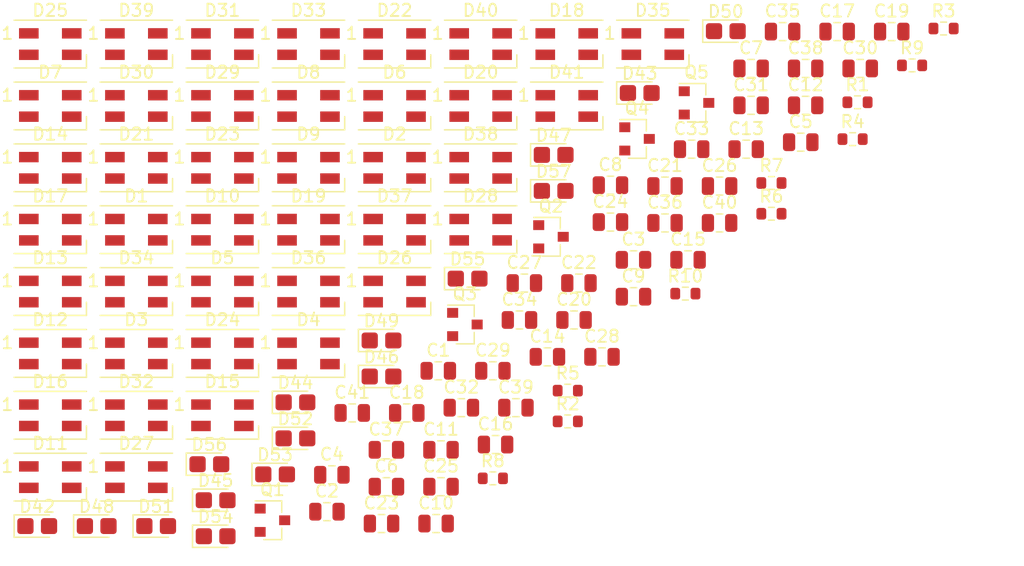
<source format=kicad_pcb>
(kicad_pcb (version 20210824) (generator pcbnew)
  (layers (0 "F.Cu" signal) (31 "B.Cu" signal) (34 "B.Paste" user) (35 "F.Paste" user) (36 "B.SilkS" user "B.Silkscreen") (37 "F.SilkS" user "F.Silkscreen") (38 "B.Mask" user) (39 "F.Mask" user) (44 "Edge.Cuts" user))
  (net 0 "")
  (net 1 "GND")
  (net 2 "+5VA")
  (net 3 "Net-(C27-Pad2)")
  (net 4 "/DIN")
  (net 5 "Net-(D1-Pad2)")
  (net 6 "Net-(D2-Pad2)")
  (net 7 "Net-(D3-Pad2)")
  (net 8 "Net-(D4-Pad2)")
  (net 9 "Net-(D5-Pad2)")
  (net 10 "Net-(D6-Pad2)")
  (net 11 "Net-(D7-Pad2)")
  (net 12 "Net-(D8-Pad2)")
  (net 13 "Net-(D10-Pad4)")
  (net 14 "Net-(D10-Pad2)")
  (net 15 "Net-(D11-Pad2)")
  (net 16 "Net-(D12-Pad2)")
  (net 17 "Net-(D13-Pad2)")
  (net 18 "Net-(D14-Pad2)")
  (net 19 "Net-(D15-Pad2)")
  (net 20 "Net-(D16-Pad2)")
  (net 21 "Net-(D17-Pad2)")
  (net 22 "Net-(D18-Pad2)")
  (net 23 "Net-(D19-Pad2)")
  (net 24 "Net-(D20-Pad2)")
  (net 25 "Net-(D21-Pad2)")
  (net 26 "Net-(D22-Pad2)")
  (net 27 "Net-(D23-Pad2)")
  (net 28 "Net-(D24-Pad2)")
  (net 29 "Net-(D25-Pad2)")
  (net 30 "Net-(D26-Pad2)")
  (net 31 "Net-(D27-Pad2)")
  (net 32 "Net-(D28-Pad2)")
  (net 33 "Net-(D29-Pad2)")
  (net 34 "Net-(D30-Pad2)")
  (net 35 "Net-(D31-Pad2)")
  (net 36 "Net-(D32-Pad2)")
  (net 37 "Net-(D33-Pad2)")
  (net 38 "Net-(D34-Pad2)")
  (net 39 "Net-(D35-Pad2)")
  (net 40 "Net-(D36-Pad2)")
  (net 41 "Net-(D37-Pad2)")
  (net 42 "Net-(D38-Pad2)")
  (net 43 "Net-(D39-Pad2)")
  (net 44 "Net-(D40-Pad2)")
  (net 46 "Net-(D42-Pad1)")
  (net 47 "Net-(D42-Pad2)")
  (net 48 "Net-(D43-Pad1)")
  (net 49 "Net-(D44-Pad1)")
  (net 50 "Net-(D44-Pad2)")
  (net 51 "Net-(D45-Pad1)")
  (net 53 "Net-(D46-Pad1)")
  (net 54 "+12V")
  (net 55 "Net-(D47-Pad1)")
  (net 56 "/REV")
  (net 57 "/LAUNCH")
  (net 58 "/SHIFT")
  (net 59 "Net-(D52-Pad1)")
  (net 60 "Net-(D53-Pad1)")
  (net 61 "Net-(D54-Pad1)")
  (net 62 "Net-(D55-Pad1)")
  (net 63 "/BA_1")
  (net 64 "/BA_2")
  (net 65 "Net-(Q1-Pad1)")
  (net 66 "Net-(Q1-Pad3)")
  (net 67 "Net-(Q2-Pad1)")
  (net 68 "Net-(Q2-Pad3)")
  (net 69 "Net-(Q3-Pad1)")
  (net 70 "Net-(Q3-Pad3)")
  (net 71 "Net-(Q4-Pad1)")
  (net 72 "Net-(Q4-Pad3)")
  (net 73 "Net-(Q5-Pad1)")
  (net 74 "Net-(Q5-Pad3)")
  (net 75 "/BA_1_L")
  (net 76 "/BA_2_L")
  (footprint "LED_SMD:LED_SK6812MINI_PLCC4_3.5x3.5mm_P1.75mm" (layer "F.Cu") (at 150.232 108.465)
    (fp_text reference "D26" (at 0 -2.75) (layer "F.SilkS"))
    (fp_text value "WS2812B")
    (fp_text user "1" (at -3.5 -0.875) (layer "F.SilkS"))
    (pad "1" smd rect locked (at -1.75 -0.875) (size 1.6 0.85) (layers "F.Cu" "F.Paste" "F.Mask") (net 2 "+5VA"))
    (pad "2" smd rect locked (at -1.75 0.875) (size 1.6 0.85) (layers "F.Cu" "F.Paste" "F.Mask") (net 30 "Net-(D26-Pad2)"))
    (pad "3" smd rect locked (at 1.75 0.875) (size 1.6 0.85) (layers "F.Cu" "F.Paste" "F.Mask") (net 1 "GND"))
    (pad "4" smd rect locked (at 1.75 -0.875) (size 1.6 0.85) (layers "F.Cu" "F.Paste" "F.Mask") (net 29 "Net-(D25-Pad2)"))
  )
  (footprint "Capacitor_SMD:C_0805_2012Metric" (layer "F.Cu") (at 149.567 124.395)
    (fp_text reference "C6" (at 0 -1.68) (layer "F.SilkS"))
    (fp_text value "100nF")
    (pad "1" smd roundrect locked (at -0.95 0) (size 1 1.45) (layers "F.Cu" "F.Paste" "F.Mask") (net 1 "GND"))
    (pad "2" smd roundrect locked (at 0.95 0) (size 1 1.45) (layers "F.Cu" "F.Paste" "F.Mask") (net 2 "+5VA"))
  )
  (footprint "LED_SMD:LED_SK6812MINI_PLCC4_3.5x3.5mm_P1.75mm" (layer "F.Cu") (at 136.192 98.365)
    (fp_text reference "D23" (at 0 -2.75) (layer "F.SilkS"))
    (fp_text value "WS2812B")
    (fp_text user "1" (at -3.5 -0.875) (layer "F.SilkS"))
    (pad "1" smd rect locked (at -1.75 -0.875) (size 1.6 0.85) (layers "F.Cu" "F.Paste" "F.Mask") (net 2 "+5VA"))
    (pad "2" smd rect locked (at -1.75 0.875) (size 1.6 0.85) (layers "F.Cu" "F.Paste" "F.Mask") (net 27 "Net-(D23-Pad2)"))
    (pad "3" smd rect locked (at 1.75 0.875) (size 1.6 0.85) (layers "F.Cu" "F.Paste" "F.Mask") (net 1 "GND"))
    (pad "4" smd rect locked (at 1.75 -0.875) (size 1.6 0.85) (layers "F.Cu" "F.Paste" "F.Mask") (net 26 "Net-(D22-Pad2)"))
  )
  (footprint "Capacitor_SMD:C_0805_2012Metric" (layer "F.Cu") (at 149.167 127.405)
    (fp_text reference "C23" (at 0 -1.68) (layer "F.SilkS"))
    (fp_text value "100nF")
    (pad "1" smd roundrect locked (at -0.95 0) (size 1 1.45) (layers "F.Cu" "F.Paste" "F.Mask") (net 1 "GND"))
    (pad "2" smd roundrect locked (at 0.95 0) (size 1 1.45) (layers "F.Cu" "F.Paste" "F.Mask") (net 2 "+5VA"))
  )
  (footprint "LED_SMD:LED_SK6812MINI_PLCC4_3.5x3.5mm_P1.75mm" (layer "F.Cu") (at 129.172 123.615)
    (fp_text reference "D27" (at 0 -2.75) (layer "F.SilkS"))
    (fp_text value "WS2812B")
    (fp_text user "1" (at -3.5 -0.875) (layer "F.SilkS"))
    (pad "1" smd rect locked (at -1.75 -0.875) (size 1.6 0.85) (layers "F.Cu" "F.Paste" "F.Mask") (net 3 "Net-(C27-Pad2)"))
    (pad "2" smd rect locked (at -1.75 0.875) (size 1.6 0.85) (layers "F.Cu" "F.Paste" "F.Mask") (net 31 "Net-(D27-Pad2)"))
    (pad "3" smd rect locked (at 1.75 0.875) (size 1.6 0.85) (layers "F.Cu" "F.Paste" "F.Mask") (net 1 "GND"))
    (pad "4" smd rect locked (at 1.75 -0.875) (size 1.6 0.85) (layers "F.Cu" "F.Paste" "F.Mask") (net 30 "Net-(D26-Pad2)"))
  )
  (footprint "LED_SMD:LED_0805_2012Metric_Castellated" (layer "F.Cu") (at 170.227 92.26)
    (fp_text reference "D43" (at 0 -1.6) (layer "F.SilkS"))
    (fp_text value "LED")
    (pad "1" smd roundrect locked (at -0.9625 0) (size 1.325 1.3) (layers "F.Cu" "F.Paste" "F.Mask") (roundrect_rratio 0.192308) (net 48 "Net-(D43-Pad1)"))
    (pad "2" smd roundrect locked (at 0.9625 0) (size 1.325 1.3) (layers "F.Cu" "F.Paste" "F.Mask") (roundrect_rratio 0.192308) (net 47 "Net-(D42-Pad2)"))
  )
  (footprint "LED_SMD:LED_SK6812MINI_PLCC4_3.5x3.5mm_P1.75mm" (layer "F.Cu") (at 164.272 93.315)
    (fp_text reference "D41" (at 0 -2.75) (layer "F.SilkS"))
    (fp_text value "WS2812B")
    (fp_text user "1" (at -3.5 -0.875) (layer "F.SilkS"))
    (pad "1" smd rect locked (at -1.75 -0.875) (size 1.6 0.85) (layers "F.Cu" "F.Paste" "F.Mask") (net 2 "+5VA"))
    (pad "2" smd rect locked (at -1.75 0.875) (size 1.6 0.85) (layers "F.Cu" "F.Paste" "F.Mask"))
    (pad "3" smd rect locked (at 1.75 0.875) (size 1.6 0.85) (layers "F.Cu" "F.Paste" "F.Mask") (net 1 "GND"))
    (pad "4" smd rect locked (at 1.75 -0.875) (size 1.6 0.85) (layers "F.Cu" "F.Paste" "F.Mask") (net 44 "Net-(D40-Pad2)"))
  )
  (footprint "Capacitor_SMD:C_0805_2012Metric" (layer "F.Cu") (at 167.837 102.795)
    (fp_text reference "C24" (at 0 -1.68) (layer "F.SilkS"))
    (fp_text value "100nF")
    (pad "1" smd roundrect locked (at -0.95 0) (size 1 1.45) (layers "F.Cu" "F.Paste" "F.Mask") (net 1 "GND"))
    (pad "2" smd roundrect locked (at 0.95 0) (size 1 1.45) (layers "F.Cu" "F.Paste" "F.Mask") (net 2 "+5VA"))
  )
  (footprint "Capacitor_SMD:C_0805_2012Metric" (layer "F.Cu") (at 186.327 87.245)
    (fp_text reference "C17" (at 0 -1.68) (layer "F.SilkS"))
    (fp_text value "100nF")
    (pad "1" smd roundrect locked (at -0.95 0) (size 1 1.45) (layers "F.Cu" "F.Paste" "F.Mask") (net 1 "GND"))
    (pad "2" smd roundrect locked (at 0.95 0) (size 1 1.45) (layers "F.Cu" "F.Paste" "F.Mask") (net 2 "+5VA"))
  )
  (footprint "LED_SMD:LED_0805_2012Metric_Castellated" (layer "F.Cu") (at 156.187 107.41)
    (fp_text reference "D55" (at 0 -1.6) (layer "F.SilkS"))
    (fp_text value "LED")
    (pad "1" smd roundrect locked (at -0.9625 0) (size 1.325 1.3) (layers "F.Cu" "F.Paste" "F.Mask") (roundrect_rratio 0.192308) (net 62 "Net-(D55-Pad1)"))
    (pad "2" smd roundrect locked (at 0.9625 0) (size 1.325 1.3) (layers "F.Cu" "F.Paste" "F.Mask") (roundrect_rratio 0.192308) (net 60 "Net-(D53-Pad1)"))
  )
  (footprint "Capacitor_SMD:C_0805_2012Metric" (layer "F.Cu") (at 188.207 90.255)
    (fp_text reference "C30" (at 0 -1.68) (layer "F.SilkS"))
    (fp_text value "100nF")
    (pad "1" smd roundrect locked (at -0.95 0) (size 1 1.45) (layers "F.Cu" "F.Paste" "F.Mask") (net 1 "GND"))
    (pad "2" smd roundrect locked (at 0.95 0) (size 1 1.45) (layers "F.Cu" "F.Paste" "F.Mask") (net 3 "Net-(C27-Pad2)"))
  )
  (footprint "Capacitor_SMD:C_0805_2012Metric" (layer "F.Cu") (at 179.307 93.265)
    (fp_text reference "C31" (at 0 -1.68) (layer "F.SilkS"))
    (fp_text value "100nF")
    (pad "1" smd roundrect locked (at -0.95 0) (size 1 1.45) (layers "F.Cu" "F.Paste" "F.Mask") (net 1 "GND"))
    (pad "2" smd roundrect locked (at 0.95 0) (size 1 1.45) (layers "F.Cu" "F.Paste" "F.Mask") (net 3 "Net-(C27-Pad2)"))
  )
  (footprint "LED_SMD:LED_SK6812MINI_PLCC4_3.5x3.5mm_P1.75mm" (layer "F.Cu") (at 122.152 93.315)
    (fp_text reference "D7" (at 0 -2.75) (layer "F.SilkS"))
    (fp_text value "WS2812B")
    (fp_text user "1" (at -3.5 -0.875) (layer "F.SilkS"))
    (pad "1" smd rect locked (at -1.75 -0.875) (size 1.6 0.85) (layers "F.Cu" "F.Paste" "F.Mask") (net 2 "+5VA"))
    (pad "2" smd rect locked (at -1.75 0.875) (size 1.6 0.85) (layers "F.Cu" "F.Paste" "F.Mask") (net 11 "Net-(D7-Pad2)"))
    (pad "3" smd rect locked (at 1.75 0.875) (size 1.6 0.85) (layers "F.Cu" "F.Paste" "F.Mask") (net 1 "GND"))
    (pad "4" smd rect locked (at 1.75 -0.875) (size 1.6 0.85) (layers "F.Cu" "F.Paste" "F.Mask") (net 10 "Net-(D6-Pad2)"))
  )
  (footprint "LED_SMD:LED_SK6812MINI_PLCC4_3.5x3.5mm_P1.75mm" (layer "F.Cu") (at 129.172 93.315)
    (fp_text reference "D30" (at 0 -2.75) (layer "F.SilkS"))
    (fp_text value "WS2812B")
    (fp_text user "1" (at -3.5 -0.875) (layer "F.SilkS"))
    (pad "1" smd rect locked (at -1.75 -0.875) (size 1.6 0.85) (layers "F.Cu" "F.Paste" "F.Mask") (net 3 "Net-(C27-Pad2)"))
    (pad "2" smd rect locked (at -1.75 0.875) (size 1.6 0.85) (layers "F.Cu" "F.Paste" "F.Mask") (net 34 "Net-(D30-Pad2)"))
    (pad "3" smd rect locked (at 1.75 0.875) (size 1.6 0.85) (layers "F.Cu" "F.Paste" "F.Mask") (net 1 "GND"))
    (pad "4" smd rect locked (at 1.75 -0.875) (size 1.6 0.85) (layers "F.Cu" "F.Paste" "F.Mask") (net 33 "Net-(D29-Pad2)"))
  )
  (footprint "LED_SMD:LED_SK6812MINI_PLCC4_3.5x3.5mm_P1.75mm" (layer "F.Cu") (at 143.212 93.315)
    (fp_text reference "D8" (at 0 -2.75) (layer "F.SilkS"))
    (fp_text value "WS2812B")
    (fp_text user "1" (at -3.5 -0.875) (layer "F.SilkS"))
    (pad "1" smd rect locked (at -1.75 -0.875) (size 1.6 0.85) (layers "F.Cu" "F.Paste" "F.Mask") (net 2 "+5VA"))
    (pad "2" smd rect locked (at -1.75 0.875) (size 1.6 0.85) (layers "F.Cu" "F.Paste" "F.Mask") (net 12 "Net-(D8-Pad2)"))
    (pad "3" smd rect locked (at 1.75 0.875) (size 1.6 0.85) (layers "F.Cu" "F.Paste" "F.Mask") (net 1 "GND"))
    (pad "4" smd rect locked (at 1.75 -0.875) (size 1.6 0.85) (layers "F.Cu" "F.Paste" "F.Mask") (net 11 "Net-(D7-Pad2)"))
  )
  (footprint "Package_TO_SOT_SMD:SOT-23" (layer "F.Cu") (at 170.007 96.005)
    (fp_text reference "Q4" (at 0 -2.5) (layer "F.SilkS"))
    (fp_text value "BSS138")
    (pad "1" smd rect locked (at -1 -0.95) (size 0.9 0.8) (layers "F.Cu" "F.Paste" "F.Mask") (net 71 "Net-(Q4-Pad1)"))
    (pad "2" smd rect locked (at -1 0.95) (size 0.9 0.8) (layers "F.Cu" "F.Paste" "F.Mask") (net 1 "GND"))
    (pad "3" smd rect locked (at 1 0) (size 0.9 0.8) (layers "F.Cu" "F.Paste" "F.Mask") (net 72 "Net-(Q4-Pad3)"))
  )
  (footprint "Capacitor_SMD:C_0805_2012Metric" (layer "F.Cu") (at 146.777 118.375)
    (fp_text reference "C41" (at 0 -1.68) (layer "F.SilkS"))
    (fp_text value "100nF")
    (pad "1" smd roundrect locked (at -0.95 0) (size 1 1.45) (layers "F.Cu" "F.Paste" "F.Mask") (net 1 "GND"))
    (pad "2" smd roundrect locked (at 0.95 0) (size 1 1.45) (layers "F.Cu" "F.Paste" "F.Mask") (net 2 "+5VA"))
  )
  (footprint "LED_SMD:LED_SK6812MINI_PLCC4_3.5x3.5mm_P1.75mm" (layer "F.Cu") (at 157.252 88.265)
    (fp_text reference "D40" (at 0 -2.75) (layer "F.SilkS"))
    (fp_text value "WS2812B")
    (fp_text user "1" (at -3.5 -0.875) (layer "F.SilkS"))
    (pad "1" smd rect locked (at -1.75 -0.875) (size 1.6 0.85) (layers "F.Cu" "F.Paste" "F.Mask") (net 2 "+5VA"))
    (pad "2" smd rect locked (at -1.75 0.875) (size 1.6 0.85) (layers "F.Cu" "F.Paste" "F.Mask") (net 44 "Net-(D40-Pad2)"))
    (pad "3" smd rect locked (at 1.75 0.875) (size 1.6 0.85) (layers "F.Cu" "F.Paste" "F.Mask") (net 1 "GND"))
    (pad "4" smd rect locked (at 1.75 -0.875) (size 1.6 0.85) (layers "F.Cu" "F.Paste" "F.Mask") (net 43 "Net-(D39-Pad2)"))
  )
  (footprint "LED_SMD:LED_SK6812MINI_PLCC4_3.5x3.5mm_P1.75mm" (layer "F.Cu") (at 150.232 103.415)
    (fp_text reference "D37" (at 0 -2.75) (layer "F.SilkS"))
    (fp_text value "WS2812B")
    (fp_text user "1" (at -3.5 -0.875) (layer "F.SilkS"))
    (pad "1" smd rect locked (at -1.75 -0.875) (size 1.6 0.85) (layers "F.Cu" "F.Paste" "F.Mask") (net 2 "+5VA"))
    (pad "2" smd rect locked (at -1.75 0.875) (size 1.6 0.85) (layers "F.Cu" "F.Paste" "F.Mask") (net 41 "Net-(D37-Pad2)"))
    (pad "3" smd rect locked (at 1.75 0.875) (size 1.6 0.85) (layers "F.Cu" "F.Paste" "F.Mask") (net 1 "GND"))
    (pad "4" smd rect locked (at 1.75 -0.875) (size 1.6 0.85) (layers "F.Cu" "F.Paste" "F.Mask") (net 40 "Net-(D36-Pad2)"))
  )
  (footprint "Resistor_SMD:R_0603_1608Metric" (layer "F.Cu") (at 192.437 90.005)
    (fp_text reference "R9" (at 0 -1.43) (layer "F.SilkS"))
    (fp_text value "1k 1/10W +-1%")
    (pad "1" smd roundrect locked (at -0.825 0) (size 0.8 0.95) (layers "F.Cu" "F.Paste" "F.Mask") (net 71 "Net-(Q4-Pad1)"))
    (pad "2" smd roundrect locked (at 0.825 0) (size 0.8 0.95) (layers "F.Cu" "F.Paste" "F.Mask") (net 58 "/SHIFT"))
  )
  (footprint "Resistor_SMD:R_0603_1608Metric" (layer "F.Cu") (at 158.247 123.715)
    (fp_text reference "R8" (at 0 -1.43) (layer "F.SilkS"))
    (fp_text value "1k 1/10W +-1%")
    (pad "1" smd roundrect locked (at -0.825 0) (size 0.8 0.95) (layers "F.Cu" "F.Paste" "F.Mask") (net 69 "Net-(Q3-Pad1)"))
    (pad "2" smd roundrect locked (at 0.825 0) (size 0.8 0.95) (layers "F.Cu" "F.Paste" "F.Mask") (net 56 "/REV"))
  )
  (footprint "Capacitor_SMD:C_0805_2012Metric" (layer "F.Cu") (at 151.227 118.375)
    (fp_text reference "C18" (at 0 -1.68) (layer "F.SilkS"))
    (fp_text value "100nF")
    (pad "1" smd roundrect locked (at -0.95 0) (size 1 1.45) (layers "F.Cu" "F.Paste" "F.Mask") (net 1 "GND"))
    (pad "2" smd roundrect locked (at 0.95 0) (size 1 1.45) (layers "F.Cu" "F.Paste" "F.Mask") (net 2 "+5VA"))
  )
  (footprint "LED_SMD:LED_SK6812MINI_PLCC4_3.5x3.5mm_P1.75mm" (layer "F.Cu") (at 164.272 88.265)
    (fp_text reference "D18" (at 0 -2.75) (layer "F.SilkS"))
    (fp_text value "WS2812B")
    (fp_text user "1" (at -3.5 -0.875) (layer "F.SilkS"))
    (pad "1" smd rect locked (at -1.75 -0.875) (size 1.6 0.85) (layers "F.Cu" "F.Paste" "F.Mask") (net 2 "+5VA"))
    (pad "2" smd rect locked (at -1.75 0.875) (size 1.6 0.85) (layers "F.Cu" "F.Paste" "F.Mask") (net 22 "Net-(D18-Pad2)"))
    (pad "3" smd rect locked (at 1.75 0.875) (size 1.6 0.85) (layers "F.Cu" "F.Paste" "F.Mask") (net 1 "GND"))
    (pad "4" smd rect locked (at 1.75 -0.875) (size 1.6 0.85) (layers "F.Cu" "F.Paste" "F.Mask") (net 21 "Net-(D17-Pad2)"))
  )
  (footprint "Capacitor_SMD:C_0805_2012Metric" (layer "F.Cu") (at 172.287 99.855)
    (fp_text reference "C21" (at 0 -1.68) (layer "F.SilkS"))
    (fp_text value "100nF")
    (pad "1" smd roundrect locked (at -0.95 0) (size 1 1.45) (layers "F.Cu" "F.Paste" "F.Mask") (net 1 "GND"))
    (pad "2" smd roundrect locked (at 0.95 0) (size 1 1.45) (layers "F.Cu" "F.Paste" "F.Mask") (net 2 "+5VA"))
  )
  (footprint "LED_SMD:LED_0805_2012Metric_Castellated" (layer "F.Cu") (at 142.147 117.51)
    (fp_text reference "D44" (at 0 -1.6) (layer "F.SilkS"))
    (fp_text value "LED")
    (pad "1" smd roundrect locked (at -0.9625 0) (size 1.325 1.3) (layers "F.Cu" "F.Paste" "F.Mask") (roundrect_rratio 0.192308) (net 49 "Net-(D44-Pad1)"))
    (pad "2" smd roundrect locked (at 0.9625 0) (size 1.325 1.3) (layers "F.Cu" "F.Paste" "F.Mask") (roundrect_rratio 0.192308) (net 50 "Net-(D44-Pad2)"))
  )
  (footprint "LED_SMD:LED_0805_2012Metric_Castellated" (layer "F.Cu") (at 130.787 127.61)
    (fp_text reference "D51" (at 0 -1.6) (layer "F.SilkS"))
    (fp_text value "LED")
    (pad "1" smd roundrect locked (at -0.9625 0) (size 1.325 1.3) (layers "F.Cu" "F.Paste" "F.Mask") (roundrect_rratio 0.192308) (net 50 "Net-(D44-Pad2)"))
    (pad "2" smd roundrect locked (at 0.9625 0) (size 1.325 1.3) (layers "F.Cu" "F.Paste" "F.Mask") (roundrect_rratio 0.192308) (net 51 "Net-(D45-Pad1)"))
  )
  (footprint "LED_SMD:LED_SK6812MINI_PLCC4_3.5x3.5mm_P1.75mm" (layer "F.Cu") (at 150.232 93.315)
    (fp_text reference "D6" (at 0 -2.75) (layer "F.SilkS"))
    (fp_text value "WS2812B")
    (fp_text user "1" (at -3.5 -0.875) (layer "F.SilkS"))
    (pad "1" smd rect locked (at -1.75 -0.875) (size 1.6 0.85) (layers "F.Cu" "F.Paste" "F.Mask") (net 2 "+5VA"))
    (pad "2" smd rect locked (at -1.75 0.875) (size 1.6 0.85) (layers "F.Cu" "F.Paste" "F.Mask") (net 10 "Net-(D6-Pad2)"))
    (pad "3" smd rect locked (at 1.75 0.875) (size 1.6 0.85) (layers "F.Cu" "F.Paste" "F.Mask") (net 1 "GND"))
    (pad "4" smd rect locked (at 1.75 -0.875) (size 1.6 0.85) (layers "F.Cu" "F.Paste" "F.Mask") (net 9 "Net-(D5-Pad2)"))
  )
  (footprint "Capacitor_SMD:C_0805_2012Metric" (layer "F.Cu") (at 167.147 113.795)
    (fp_text reference "C28" (at 0 -1.68) (layer "F.SilkS"))
    (fp_text value "100nF")
    (pad "1" smd roundrect locked (at -0.95 0) (size 1 1.45) (layers "F.Cu" "F.Paste" "F.Mask") (net 1 "GND"))
    (pad "2" smd roundrect locked (at 0.95 0) (size 1 1.45) (layers "F.Cu" "F.Paste" "F.Mask") (net 3 "Net-(C27-Pad2)"))
  )
  (footprint "Package_TO_SOT_SMD:SOT-23" (layer "F.Cu") (at 174.857 93.065)
    (fp_text reference "Q5" (at 0 -2.5) (layer "F.SilkS"))
    (fp_text value "BSS138")
    (pad "1" smd rect locked (at -1 -0.95) (size 0.9 0.8) (layers "F.Cu" "F.Paste" "F.Mask") (net 73 "Net-(Q5-Pad1)"))
    (pad "2" smd rect locked (at -1 0.95) (size 0.9 0.8) (layers "F.Cu" "F.Paste" "F.Mask") (net 1 "GND"))
    (pad "3" smd rect locked (at 1 0) (size 0.9 0.8) (layers "F.Cu" "F.Paste" "F.Mask") (net 74 "Net-(Q5-Pad3)"))
  )
  (footprint "Capacitor_SMD:C_0805_2012Metric" (layer "F.Cu") (at 158.467 120.955)
    (fp_text reference "C16" (at 0 -1.68) (layer "F.SilkS"))
    (fp_text value "100nF")
    (pad "1" smd roundrect locked (at -0.95 0) (size 1 1.45) (layers "F.Cu" "F.Paste" "F.Mask") (net 1 "GND"))
    (pad "2" smd roundrect locked (at 0.95 0) (size 1 1.45) (layers "F.Cu" "F.Paste" "F.Mask") (net 2 "+5VA"))
  )
  (footprint "Capacitor_SMD:C_0805_2012Metric" (layer "F.Cu") (at 154.017 124.395)
    (fp_text reference "C25" (at 0 -1.68) (layer "F.SilkS"))
    (fp_text value "100nF")
    (pad "1" smd roundrect locked (at -0.95 0) (size 1 1.45) (layers "F.Cu" "F.Paste" "F.Mask") (net 1 "GND"))
    (pad "2" smd roundrect locked (at 0.95 0) (size 1 1.45) (layers "F.Cu" "F.Paste" "F.Mask") (net 2 "+5VA"))
  )
  (footprint "LED_SMD:LED_SK6812MINI_PLCC4_3.5x3.5mm_P1.75mm" (layer "F.Cu") (at 129.172 113.515)
    (fp_text reference "D3" (at 0 -2.75) (layer "F.SilkS"))
    (fp_text value "WS2812B")
    (fp_text user "1" (at -3.5 -0.875) (layer "F.SilkS"))
    (pad "1" smd rect locked (at -1.75 -0.875) (size 1.6 0.85) (layers "F.Cu" "F.Paste" "F.Mask") (net 2 "+5VA"))
    (pad "2" smd rect locked (at -1.75 0.875) (size 1.6 0.85) (layers "F.Cu" "F.Paste" "F.Mask") (net 7 "Net-(D3-Pad2)"))
    (pad "3" smd rect locked (at 1.75 0.875) (size 1.6 0.85) (layers "F.Cu" "F.Paste" "F.Mask") (net 1 "GND"))
    (pad "4" smd rect locked (at 1.75 -0.875) (size 1.6 0.85) (layers "F.Cu" "F.Paste" "F.Mask") (net 6 "Net-(D2-Pad2)"))
  )
  (footprint "LED_SMD:LED_0805_2012Metric_Castellated" (layer "F.Cu") (at 121.087 127.61)
    (fp_text reference "D42" (at 0 -1.6) (layer "F.SilkS"))
    (fp_text value "LED")
    (pad "1" smd roundrect locked (at -0.9625 0) (size 1.325 1.3) (layers "F.Cu" "F.Paste" "F.Mask") (roundrect_rratio 0.192308) (net 46 "Net-(D42-Pad1)"))
    (pad "2" smd roundrect locked (at 0.9625 0) (size 1.325 1.3) (layers "F.Cu" "F.Paste" "F.Mask") (roundrect_rratio 0.192308) (net 47 "Net-(D42-Pad2)"))
  )
  (footprint "LED_SMD:LED_SK6812MINI_PLCC4_3.5x3.5mm_P1.75mm" (layer "F.Cu") (at 122.152 108.465)
    (fp_text reference "D13" (at 0 -2.75) (layer "F.SilkS"))
    (fp_text value "WS2812B")
    (fp_text user "1" (at -3.5 -0.875) (layer "F.SilkS"))
    (pad "1" smd rect locked (at -1.75 -0.875) (size 1.6 0.85) (layers "F.Cu" "F.Paste" "F.Mask") (net 2 "+5VA"))
    (pad "2" smd rect locked (at -1.75 0.875) (size 1.6 0.85) (layers "F.Cu" "F.Paste" "F.Mask") (net 17 "Net-(D13-Pad2)"))
    (pad "3" smd rect locked (at 1.75 0.875) (size 1.6 0.85) (layers "F.Cu" "F.Paste" "F.Mask") (net 1 "GND"))
    (pad "4" smd rect locked (at 1.75 -0.875) (size 1.6 0.85) (layers "F.Cu" "F.Paste" "F.Mask") (net 16 "Net-(D12-Pad2)"))
  )
  (footprint "Capacitor_SMD:C_0805_2012Metric" (layer "F.Cu") (at 158.247 114.935)
    (fp_text reference "C29" (at 0 -1.68) (layer "F.SilkS"))
    (fp_text value "100nF")
    (pad "1" smd roundrect locked (at -0.95 0) (size 1 1.45) (layers "F.Cu" "F.Paste" "F.Mask") (net 1 "GND"))
    (pad "2" smd roundrect locked (at 0.95 0) (size 1 1.45) (layers "F.Cu" "F.Paste" "F.Mask") (net 3 "Net-(C27-Pad2)"))
  )
  (footprint "LED_SMD:LED_SK6812MINI_PLCC4_3.5x3.5mm_P1.75mm" (layer "F.Cu") (at 171.292 88.265)
    (fp_text reference "D35" (at 0 -2.75) (layer "F.SilkS"))
    (fp_text value "WS2812B")
    (fp_text user "1" (at -3.5 -0.875) (layer "F.SilkS"))
    (pad "1" smd rect locked (at -1.75 -0.875) (size 1.6 0.85) (layers "F.Cu" "F.Paste" "F.Mask") (net 2 "+5VA"))
    (pad "2" smd rect locked (at -1.75 0.875) (size 1.6 0.85) (layers "F.Cu" "F.Paste" "F.Mask") (net 39 "Net-(D35-Pad2)"))
    (pad "3" smd rect locked (at 1.75 0.875) (size 1.6 0.85) (layers "F.Cu" "F.Paste" "F.Mask") (net 1 "GND"))
    (pad "4" smd rect locked (at 1.75 -0.875) (size 1.6 0.85) (layers "F.Cu" "F.Paste" "F.Mask") (net 38 "Net-(D34-Pad2)"))
  )
  (footprint "Capacitor_SMD:C_0805_2012Metric" (layer "F.Cu") (at 167.837 99.785)
    (fp_text reference "C8" (at 0 -1.68) (layer "F.SilkS"))
    (fp_text value "100nF")
    (pad "1" smd roundrect locked (at -0.95 0) (size 1 1.45) (layers "F.Cu" "F.Paste" "F.Mask") (net 1 "GND"))
    (pad "2" smd roundrect locked (at 0.95 0) (size 1 1.45) (layers "F.Cu" "F.Paste" "F.Mask") (net 2 "+5VA"))
  )
  (footprint "Capacitor_SMD:C_0805_2012Metric" (layer "F.Cu") (at 190.777 87.245)
    (fp_text reference "C19" (at 0 -1.68) (layer "F.SilkS"))
    (fp_text value "100nF")
    (pad "1" smd roundrect locked (at -0.95 0) (size 1 1.45) (layers "F.Cu" "F.Paste" "F.Mask") (net 1 "GND"))
    (pad "2" smd roundrect locked (at 0.95 0) (size 1 1.45) (layers "F.Cu" "F.Paste" "F.Mask") (net 2 "+5VA"))
  )
  (footprint "Capacitor_SMD:C_0805_2012Metric" (layer "F.Cu") (at 183.757 90.255)
    (fp_text reference "C38" (at 0 -1.68) (layer "F.SilkS"))
    (fp_text value "100nF")
    (pad "1" smd roundrect locked (at -0.95 0) (size 1 1.45) (layers "F.Cu" "F.Paste" "F.Mask") (net 1 "GND"))
    (pad "2" smd roundrect locked (at 0.95 0) (size 1 1.45) (layers "F.Cu" "F.Paste" "F.Mask") (net 2 "+5VA"))
  )
  (footprint "Capacitor_SMD:C_0805_2012Metric" (layer "F.Cu") (at 154.017 121.385)
    (fp_text reference "C11" (at 0 -1.68) (layer "F.SilkS"))
    (fp_text value "100nF")
    (pad "1" smd roundrect locked (at -0.95 0) (size 1 1.45) (layers "F.Cu" "F.Paste" "F.Mask") (net 1 "GND"))
    (pad "2" smd roundrect locked (at 0.95 0) (size 1 1.45) (layers "F.Cu" "F.Paste" "F.Mask") (net 2 "+5VA"))
  )
  (footprint "LED_SMD:LED_0805_2012Metric_Castellated" (layer "F.Cu") (at 163.207 100.25)
    (fp_text reference "D57" (at 0 -1.6) (layer "F.SilkS"))
    (fp_text value "LED")
    (pad "1" smd roundrect locked (at -0.9625 0) (size 1.325 1.3) (layers "F.Cu" "F.Paste" "F.Mask") (roundrect_rratio 0.192308) (net 64 "/BA_2"))
    (pad "2" smd roundrect locked (at 0.9625 0) (size 1.325 1.3) (layers "F.Cu" "F.Paste" "F.Mask") (roundrect_rratio 0.192308) (net 62 "Net-(D55-Pad1)"))
  )
  (footprint "LED_SMD:LED_SK6812MINI_PLCC4_3.5x3.5mm_P1.75mm" (layer "F.Cu") (at 136.192 113.515)
    (fp_text reference "D24" (at 0 -2.75) (layer "F.SilkS"))
    (fp_text value "WS2812B")
    (fp_text user "1" (at -3.5 -0.875) (layer "F.SilkS"))
    (pad "1" smd rect locked (at -1.75 -0.875) (size 1.6 0.85) (layers "F.Cu" "F.Paste" "F.Mask") (net 2 "+5VA"))
    (pad "2" smd rect locked (at -1.75 0.875) (size 1.6 0.85) (layers "F.Cu" "F.Paste" "F.Mask") (net 28 "Net-(D24-Pad2)"))
    (pad "3" smd rect locked (at 1.75 0.875) (size 1.6 0.85) (layers "F.Cu" "F.Paste" "F.Mask") (net 1 "GND"))
    (pad "4" smd rect locked (at 1.75 -0.875) (size 1.6 0.85) (layers "F.Cu" "F.Paste" "F.Mask") (net 27 "Net-(D23-Pad2)"))
  )
  (footprint "Resistor_SMD:R_0603_1608Metric" (layer "F.Cu") (at 180.967 102.115)
    (fp_text reference "R6" (at 0 -1.43) (layer "F.SilkS"))
    (fp_text value "1k 1/10W +-1%")
    (pad "1" smd roundrect locked (at -0.825 0) (size 0.8 0.95) (layers "F.Cu" "F.Paste" "F.Mask") (net 65 "Net-(Q1-Pad1)"))
    (pad "2" smd roundrect locked (at 0.825 0) (size 0.8 0.95) (layers "F.Cu" "F.Paste" "F.Mask") (net 75 "/BA_1_L"))
  )
  (footprint "Capacitor_SMD:C_0805_2012Metric" (layer "F.Cu") (at 176.737 99.855)
    (fp_text reference "C26" (at 0 -1.68) (layer "F.SilkS"))
    (fp_text value "100nF")
    (pad "1" smd roundrect locked (at -0.95 0) (size 1 1.45) (layers "F.Cu" "F.Paste" "F.Mask") (net 1 "GND"))
    (pad "2" smd roundrect locked (at 0.95 0) (size 1 1.45) (layers "F.Cu" "F.Paste" "F.Mask") (net 2 "+5VA"))
  )
  (footprint "LED_SMD:LED_SK6812MINI_PLCC4_3.5x3.5mm_P1.75mm" (layer "F.Cu") (at 150.232 98.365)
    (fp_text reference "D2" (at 0 -2.75) (layer "F.SilkS"))
    (fp_text value "WS2812B")
    (fp_text user "1" (at -3.5 -0.875) (layer "F.SilkS"))
    (pad "1" smd rect locked (at -1.75 -0.875) (size 1.6 0.85) (layers "F.Cu" "F.Paste" "F.Mask") (net 2 "+5VA"))
    (pad "2" smd rect locked (at -1.75 0.875) (size 1.6 0.85) (layers "F.Cu" "F.Paste" "F.Mask") (net 6 "Net-(D2-Pad2)"))
    (pad "3" smd rect locked (at 1.75 0.875) (size 1.6 0.85) (layers "F.Cu" "F.Paste" "F.Mask") (net 1 "GND"))
    (pad "4" smd rect locked (at 1.75 -0.875) (size 1.6 0.85) (layers "F.Cu" "F.Paste" "F.Mask") (net 5 "Net-(D1-Pad2)"))
  )
  (footprint "Capacitor_SMD:C_0805_2012Metric" (layer "F.Cu") (at 164.867 110.785)
    (fp_text reference "C20" (at 0 -1.68) (layer "F.SilkS"))
    (fp_text value "100nF")
    (pad "1" smd roundrect locked (at -0.95 0) (size 1 1.45) (layers "F.Cu" "F.Paste" "F.Mask") (net 1 "GND"))
    (pad "2" smd roundrect locked (at 0.95 0) (size 1 1.45) (layers "F.Cu" "F.Paste" "F.Mask") (net 2 "+5VA"))
  )
  (footprint "Resistor_SMD:R_0603_1608Metric" (layer "F.Cu") (at 187.587 96.025)
    (fp_text reference "R4" (at 0 -1.43) (layer "F.SilkS"))
    (fp_text value "1k 1/10W +-1%")
    (pad "1" smd roundrect locked (at -0.825 0) (size 0.8 0.95) (layers "F.Cu" "F.Paste" "F.Mask") (net 58 "/SHIFT"))
    (pad "2" smd roundrect locked (at 0.825 0) (size 0.8 0.95) (layers "F.Cu" "F.Paste" "F.Mask") (net 72 "Net-(Q4-Pad3)"))
  )
  (footprint "LED_SMD:LED_0805_2012Metric_Castellated" (layer "F.Cu") (at 177.247 87.21)
    (fp_text reference "D50" (at 0 -1.6) (layer "F.SilkS"))
    (fp_text value "LED")
    (pad "1" smd roundrect locked (at -0.9625 0) (size 1.325 1.3) (layers "F.Cu" "F.Paste" "F.Mask") (roundrect_rratio 0.192308) (net 58 "/SHIFT"))
    (pad "2" smd roundrect locked (at 0.9625 0) (size 1.325 1.3) (layers "F.Cu" "F.Paste" "F.Mask") (roundrect_rratio 0.192308) (net 49 "Net-(D44-Pad1)"))
  )
  (footprint "Capacitor_SMD:C_0805_2012Metric" (layer "F.Cu") (at 153.797 114.935)
    (fp_text reference "C1" (at 0 -1.68) (layer "F.SilkS"))
    (fp_text value "100nF")
    (pad "1" smd roundrect locked (at -0.95 0) (size 1 1.45) (layers "F.Cu" "F.Paste" "F.Mask") (net 1 "GND"))
    (pad "2" smd roundrect locked (at 0.95 0) (size 1 1.45) (layers "F.Cu" "F.Paste" "F.Mask") (net 2 "+5VA"))
  )
  (footprint "LED_SMD:LED_SK6812MINI_PLCC4_3.5x3.5mm_P1.75mm" (layer "F.Cu") (at 157.252 98.365)
    (fp_text reference "D38" (at 0 -2.75) (layer "F.SilkS"))
    (fp_text value "WS2812B")
    (fp_text user "1" (at -3.5 -0.875) (layer "F.SilkS"))
    (pad "1" smd rect locked (at -1.75 -0.875) (size 1.6 0.85) (layers "F.Cu" "F.Paste" "F.Mask") (net 2 "+5VA"))
    (pad "2" smd rect locked (at -1.75 0.875) (size 1.6 0.85) (layers "F.Cu" "F.Paste" "F.Mask") (net 42 "Net-(D38-Pad2)"))
    (pad "3" smd rect locked (at 1.75 0.875) (size 1.6 0.85) (layers "F.Cu" "F.Paste" "F.Mask") (net 1 "GND"))
    (pad "4" smd rect locked (at 1.75 -0.875) (size 1.6 0.85) (layers "F.Cu" "F.Paste" "F.Mask") (net 41 "Net-(D37-Pad2)"))
  )
  (footprint "Resistor_SMD:R_0603_1608Metric" (layer "F.Cu") (at 195.007 86.995)
    (fp_text reference "R3" (at 0 -1.43) (layer "F.SilkS"))
    (fp_text value "1k 1/10W +-1%")
    (pad "1" smd roundrect locked (at -0.825 0) (size 0.8 0.95) (layers "F.Cu" "F.Paste" "F.Mask") (net 56 "/REV"))
    (pad "2" smd roundrect locked (at 0.825 0) (size 0.8 0.95) (layers "F.Cu" "F.Paste" "F.Mask") (net 70 "Net-(Q3-Pad3)"))
  )
  (footprint "Capacitor_SMD:C_0805_2012Metric" (layer "F.Cu") (at 145.117 123.425)
    (fp_text reference "C4" (at 0 -1.68) (layer "F.SilkS"))
    (fp_text value "100nF")
    (pad "1" smd roundrect locked (at -0.95 0) (size 1 1.45) (layers "F.Cu" "F.Paste" "F.Mask") (net 1 "GND"))
    (pad "2" smd roundrect locked (at 0.95 0) (size 1 1.45) (layers "F.Cu" "F.Paste" "F.Mask") (net 2 "+5VA"))
  )
  (footprint "Capacitor_SMD:C_0805_2012Metric" (layer "F.Cu") (at 160.127 117.945)
    (fp_text reference "C39" (at 0 -1.68) (layer "F.SilkS"))
    (fp_text value "100nF")
    (pad "1" smd roundrect locked (at -0.95 0) (size 1 1.45) (layers "F.Cu" "F.Paste" "F.Mask") (net 1 "GND"))
    (pad "2" smd roundrect locked (at 0.95 0) (size 1 1.45) (layers "F.Cu" "F.Paste" "F.Mask") (net 2 "+5VA"))
  )
  (footprint "Capacitor_SMD:C_0805_2012Metric" (layer "F.Cu") (at 183.757 93.265)
    (fp_text reference "C12" (at 0 -1.68) (layer "F.SilkS"))
    (fp_text value "100nF")
    (pad "1" smd roundrect locked (at -0.95 0) (size 1 1.45) (layers "F.Cu" "F.Paste" "F.Mask") (net 1 "GND"))
    (pad "2" smd roundrect locked (at 0.95 0) (size 1 1.45) (layers "F.Cu" "F.Paste" "F.Mask") (net 2 "+5VA"))
  )
  (footprint "Capacitor_SMD:C_0805_2012Metric" (layer "F.Cu") (at 183.357 96.275)
    (fp_text reference "C5" (at 0 -1.68) (layer "F.SilkS"))
    (fp_text value "100nF")
    (pad "1" smd roundrect locked (at -0.95 0) (size 1 1.45) (layers "F.Cu" "F.Paste" "F.Mask") (net 1 "GND"))
    (pad "2" smd roundrect locked (at 0.95 0) (size 1 1.45) (layers "F.Cu" "F.Paste" "F.Mask") (net 2 "+5VA"))
  )
  (footprint "Package_TO_SOT_SMD:SOT-23" (layer "F.Cu") (at 140.267 127.135)
    (fp_text reference "Q1" (at 0 -2.5) (layer "F.SilkS"))
    (fp_text value "BSS138")
    (pad "1" smd rect locked (at -1 -0.95) (size 0.9 0.8) (layers "F.Cu" "F.Paste" "F.Mask") (net 65 "Net-(Q1-Pad1)"))
    (pad "2" smd rect locked (at -1 0.95) (size 0.9 0.8) (layers "F.Cu" "F.Paste" "F.Mask") (net 1 "GND"))
    (pad "3" smd rect locked (at 1 0) (size 0.9 0.8) (layers "F.Cu" "F.Paste" "F.Mask") (net 66 "Net-(Q1-Pad3)"))
  )
  (footprint "LED_SMD:LED_SK6812MINI_PLCC4_3.5x3.5mm_P1.75mm" (layer "F.Cu") (at 143.212 103.415)
    (fp_text reference "D19" (at 0 -2.75) (layer "F.SilkS"))
    (fp_text value "WS2812B")
    (fp_text user "1" (at -3.5 -0.875) (layer "F.SilkS"))
    (pad "1" smd rect locked (at -1.75 -0.875) (size 1.6 0.85) (layers "F.Cu" "F.Paste" "F.Mask") (net 2 "+5VA"))
    (pad "2" smd rect locked (at -1.75 0.875) (size 1.6 0.85) (layers "F.Cu" "F.Paste" "F.Mask") (net 23 "Net-(D19-Pad2)"))
    (pad "3" smd rect locked (at 1.75 0.875) (size 1.6 0.85) (layers "F.Cu" "F.Paste" "F.Mask") (net 1 "GND"))
    (pad "4" smd rect locked (at 1.75 -0.875) (size 1.6 0.85) (layers "F.Cu" "F.Paste" "F.Mask") (net 22 "Net-(D18-Pad2)"))
  )
  (footprint "LED_SMD:LED_SK6812MINI_PLCC4_3.5x3.5mm_P1.75mm" (layer "F.Cu") (at 122.152 88.265)
    (fp_text reference "D25" (at 0 -2.75) (layer "F.SilkS"))
    (fp_text value "WS2812B")
    (fp_text user "1" (at -3.5 -0.875) (layer "F.SilkS"))
    (pad "1" smd rect locked (at -1.75 -0.875) (size 1.6 0.85) (layers "F.Cu" "F.Paste" "F.Mask") (net 2 "+5VA"))
    (pad "2" smd rect locked (at -1.75 0.875) (size 1.6 0.85) (layers "F.Cu" "F.Paste" "F.Mask") (net 29 "Net-(D25-Pad2)"))
    (pad "3" smd rect locked (at 1.75 0.875) (size 1.6 0.85) (layers "F.Cu" "F.Paste" "F.Mask") (net 1 "GND"))
    (pad "4" smd rect locked (at 1.75 -0.875) (size 1.6 0.85) (layers "F.Cu" "F.Paste" "F.Mask") (net 28 "Net-(D24-Pad2)"))
  )
  (footprint "Capacitor_SMD:C_0805_2012Metric" (layer "F.Cu") (at 160.817 107.775)
    (fp_text reference "C27" (at 0 -1.68) (layer "F.SilkS"))
    (fp_text value "100nF")
    (pad "1" smd roundrect locked (at -0.95 0) (size 1 1.45) (layers "F.Cu" "F.Paste" "F.Mask") (net 1 "GND"))
    (pad "2" smd roundrect locked (at 0.95 0) (size 1 1.45) (layers "F.Cu" "F.Paste" "F.Mask") (net 3 "Net-(C27-Pad2)"))
  )
  (footprint "LED_SMD:LED_SK6812MINI_PLCC4_3.5x3.5mm_P1.75mm" (layer "F.Cu") (at 129.172 118.565)
    (fp_text reference "D32" (at 0 -2.75) (layer "F.SilkS"))
    (fp_text value "WS2812B")
    (fp_text user "1" (at -3.5 -0.875) (layer "F.SilkS"))
    (pad "1" smd rect locked (at -1.75 -0.875) (size 1.6 0.85) (layers "F.Cu" "F.Paste" "F.Mask") (net 2 "+5VA"))
    (pad "2" smd rect locked (at -1.75 0.875) (size 1.6 0.85) (layers "F.Cu" "F.Paste" "F.Mask") (net 36 "Net-(D32-Pad2)"))
    (pad "3" smd rect locked (at 1.75 0.875) (size 1.6 0.85) (layers "F.Cu" "F.Paste" "F.Mask") (net 1 "GND"))
    (pad "4" smd rect locked (at 1.75 -0.875) (size 1.6 0.85) (layers "F.Cu" "F.Paste" "F.Mask") (net 35 "Net-(D31-Pad2)"))
  )
  (footprint "LED_SMD:LED_SK6812MINI_PLCC4_3.5x3.5mm_P1.75mm" (layer "F.Cu") (at 157.252 103.415)
    (fp_text reference "D28" (at 0 -2.75) (layer "F.SilkS"))
    (fp_text value "WS2812B")
    (fp_text user "1" (at -3.5 -0.875) (layer "F.SilkS"))
    (pad "1" smd rect locked (at -1.75 -0.875) (size 1.6 0.85) (layers "F.Cu" "F.Paste" "F.Mask") (net 3 "Net-(C27-Pad2)"))
    (pad "2" smd rect locked (at -1.75 0.875) (size 1.6 0.85) (layers "F.Cu" "F.Paste" "F.Mask") (net 32 "Net-(D28-Pad2)"))
    (pad "3" smd rect locked (at 1.75 0.875) (size 1.6 0.85) (layers "F.Cu" "F.Paste" "F.Mask") (net 1 "GND"))
    (pad "4" smd rect locked (at 1.75 -0.875) (size 1.6 0.85) (layers "F.Cu" "F.Paste" "F.Mask") (net 31 "Net-(D27-Pad2)"))
  )
  (footprint "Capacitor_SMD:C_0805_2012Metric" (layer "F.Cu") (at 178.907 96.845)
    (fp_text reference "C13" (at 0 -1.68) (layer "F.SilkS"))
    (fp_text value "100nF")
    (pad "1" smd roundrect locked (at -0.95 0) (size 1 1.45) (layers "F.Cu" "F.Paste" "F.Mask") (net 1 "GND"))
    (pad "2" smd roundrect locked (at 0.95 0) (size 1 1.45) (layers "F.Cu" "F.Paste" "F.Mask") (net 2 "+5VA"))
  )
  (footprint "LED_SMD:LED_SK6812MINI_PLCC4_3.5x3.5mm_P1.75mm" (layer "F.Cu") (at 143.212 98.365)
    (fp_text reference "D9" (at 0 -2.75) (layer "F.SilkS"))
    (fp_text value "WS2812B")
    (fp_text user "1" (at -3.5 -0.875) (layer "F.SilkS"))
    (pad "1" smd rect locked (at -1.75 -0.875) (size 1.6 0.85) (layers "F.Cu" "F.Paste" "F.Mask") (net 2 "+5VA"))
    (pad "2" smd rect locked (at -1.75 0.875) (size 1.6 0.85) (layers "F.Cu" "F.Paste" "F.Mask") (net 13 "Net-(D10-Pad4)"))
    (pad "3" smd rect locked (at 1.75 0.875) (size 1.6 0.85) (layers "F.Cu" "F.Paste" "F.Mask") (net 1 "GND"))
    (pad "4" smd rect locked (at 1.75 -0.875) (size 1.6 0.85) (layers "F.Cu" "F.Paste" "F.Mask") (net 12 "Net-(D8-Pad2)"))
  )
  (footprint "LED_SMD:LED_SK6812MINI_PLCC4_3.5x3.5mm_P1.75mm" (layer "F.Cu") (at 136.192 108.465)
    (fp_text reference "D5" (at 0 -2.75) (layer "F.SilkS"))
    (fp_text value "WS2812B")
    (fp_text user "1" (at -3.5 -0.875) (layer "F.SilkS"))
    (pad "1" smd rect locked (at -1.75 -0.875) (size 1.6 0.85) (layers "F.Cu" "F.Paste" "F.Mask") (net 2 "+5VA"))
    (pad "2" smd rect locked (at -1.75 0.875) (size 1.6 0.85) (layers "F.Cu" "F.Paste" "F.Mask") (net 9 "Net-(D5-Pad2)"))
    (pad "3" smd rect locked (at 1.75 0.875) (size 1.6 0.85) (layers "F.Cu" "F.Paste" "F.Mask") (net 1 "GND"))
    (pad "4" smd rect locked (at 1.75 -0.875) (size 1.6 0.85) (layers "F.Cu" "F.Paste" "F.Mask") (net 8 "Net-(D4-Pad2)"))
  )
  (footprint "Resistor_SMD:R_0603_1608Metric" (layer "F.Cu") (at 164.357 116.555)
    (fp_text reference "R5" (at 0 -1.43) (layer "F.SilkS"))
    (fp_text value "1k 1/10W +-1%")
    (pad "1" smd roundrect locked (at -0.825 0) (size 0.8 0.95) (layers "F.Cu" "F.Paste" "F.Mask") (net 57 "/LAUNCH"))
    (pad "2" smd roundrect locked (at 0.825 0) (size 0.8 0.95) (layers "F.Cu" "F.Paste" "F.Mask") (net 74 "Net-(Q5-Pad3)"))
  )
  (footprint "LED_SMD:LED_SK6812MINI_PLCC4_3.5x3.5mm_P1.75mm" (layer "F.Cu") (at 136.192 88.265)
    (fp_text reference "D31" (at 0 -2.75) (layer "F.SilkS"))
    (fp_text value "WS2812B")
    (fp_text user "1" (at -3.5 -0.875) (layer "F.SilkS"))
    (pad "1" smd rect locked (at -1.75 -0.875) (size 1.6 0.85) (layers "F.Cu" "F.Paste" "F.Mask") (net 3 "Net-(C27-Pad2)"))
    (pad "2" smd rect locked (at -1.75 0.875) (size 1.6 0.85) (layers "F.Cu" "F.Paste" "F.Mask") (net 35 "Net-(D31-Pad2)"))
    (pad "3" smd rect locked (at 1.75 0.875) (size 1.6 0.85) (layers "F.Cu" "F.Paste" "F.Mask") (net 1 "GND"))
    (pad "4" smd rect locked (at 1.75 -0.875) (size 1.6 0.85) (layers "F.Cu" "F.Paste" "F.Mask") (net 34 "Net-(D30-Pad2)"))
  )
  (footprint "LED_SMD:LED_SK6812MINI_PLCC4_3.5x3.5mm_P1.75mm" (layer "F.Cu") (at 136.192 93.315)
    (fp_text reference "D29" (at 0 -2.75) (layer "F.SilkS"))
    (fp_text value "WS2812B")
    (fp_text user "1" (at -3.5 -0.875) (layer "F.SilkS"))
    (pad "1" smd rect locked (at -1.75 -0.875) (size 1.6 0.85) (layers "F.Cu" "F.Paste" "F.Mask") (net 3 "Net-(C27-Pad2)"))
    (pad "2" smd rect locked (at -1.75 0.875) (size 1.6 0.85) (layers "F.Cu" "F.Paste" "F.Mask") (net 33 "Net-(D29-Pad2)"))
    (pad "3" smd rect locked (at 1.75 0.875) (size 1.6 0.85) (layers "F.Cu" "F.Paste" "F.Mask") (net 1 "GND"))
    (pad "4" smd rect locked (at 1.75 -0.875) (size 1.6 0.85) (layers "F.Cu" "F.Paste" "F.Mask") (net 32 "Net-(D28-Pad2)"))
  )
  (footprint "LED_SMD:LED_0805_2012Metric_Castellated" (layer "F.Cu") (at 140.487 123.39)
    (fp_text reference "D53" (at 0 -1.6) (layer "F.SilkS"))
    (fp_text value "LED")
    (pad "1" smd roundrect locked (at -0.9625 0) (size 1.325 1.3) (layers "F.Cu" "F.Paste" "F.Mask") (roundrect_rratio 0.192308) (net 60 "Net-(D53-Pad1)"))
    (pad "2" smd roundrect locked (at 0.9625 0) (size 1.325 1.3) (layers "F.Cu" "F.Paste" "F.Mask") (roundrect_rratio 0.192308) (net 55 "Net-(D47-Pad1)"))
  )
  (footprint "Capacitor_SMD:C_0805_2012Metric" (layer "F.Cu") (at 149.567 121.385)
    (fp_text reference "C37" (at 0 -1.68) (layer "F.SilkS"))
    (fp_text value "100nF")
    (pad "1" smd roundrect locked (at -0.95 0) (size 1 1.45) (layers "F.Cu" "F.Paste" "F.Mask") (net 1 "GND"))
    (pad "2" smd roundrect locked (at 0.95 0) (size 1 1.45) (layers "F.Cu" "F.Paste" "F.Mask") (net 2 "+5VA"))
  )
  (footprint "LED_SMD:LED_0805_2012Metric_Castellated" (layer "F.Cu") (at 163.207 97.31)
    (fp_text reference "D47" (at 0 -1.6) (layer "F.SilkS"))
    (fp_text value "LED")
    (pad "1" smd roundrect locked (at -0.9625 0) (size 1.325 1.3) (layers "F.Cu" "F.Paste" "F.Mask") (roundrect_rratio 0.192308) (net 55 "Net-(D47-Pad1)"))
    (pad "2" smd roundrect locked (at 0.9625 0) (size 1.325 1.3) (layers "F.Cu" "F.Paste" "F.Mask") (roundrect_rratio 0.192308) (net 54 "+12V"))
  )
  (footprint "LED_SMD:LED_SK6812MINI_PLCC4_3.5x3.5mm_P1.75mm" (layer "F.Cu") (at 122.152 98.365)
    (fp_text reference "D14" (at 0 -2.75) (layer "F.SilkS"))
    (fp_text value "WS2812B")
    (fp_text user "1" (at -3.5 -0.875) (layer "F.SilkS"))
    (pad "1" smd rect locked (at -1.75 -0.875) (size 1.6 0.85) (layers "F.Cu" "F.Paste" "F.Mask") (net 2 "+5VA"))
    (pad "2" smd rect locked (at -1.75 0.875) (size 1.6 0.85) (layers "F.Cu" "F.Paste" "F.Mask") (net 18 "Net-(D14-Pad2)"))
    (pad "3" smd rect locked (at 1.75 0.875) (size 1.6 0.85) (layers "F.Cu" "F.Paste" "F.Mask") (net 1 "GND"))
    (pad "4" smd rect locked (at 1.75 -0.875) (size 1.6 0.85) (layers "F.Cu" "F.Paste" "F.Mask") (net 17 "Net-(D13-Pad2)"))
  )
  (footprint "LED_SMD:LED_SK6812MINI_PLCC4_3.5x3.5mm_P1.75mm" (layer "F.Cu") (at 129.172 98.365)
    (fp_text reference "D21" (at 0 -2.75) (layer "F.SilkS"))
    (fp_text value "WS2812B")
    (fp_text user "1" (at -3.5 -0.875) (layer "F.SilkS"))
    (pad "1" smd rect locked (at -1.75 -0.875) (size 1.6 0.85) (layers "F.Cu" "F.Paste" "F.Mask") (net 2 "+5VA"))
    (pad "2" smd rect locked (at -1.75 0.875) (size 1.6 0.85) (layers "F.Cu" "F.Paste" "F.Mask") (net 25 "Net-(D21-Pad2)"))
    (pad "3" smd rect locked (at 1.75 0.875) (size 1.6 0.85) (layers "F.Cu" "F.Paste" "F.Mask") (net 1 "GND"))
    (pad "4" smd rect locked (at 1.75 -0.875) (size 1.6 0.85) (layers "F.Cu" "F.Paste" "F.Mask") (net 24 "Net-(D20-Pad2)"))
  )
  (footprint "LED_SMD:LED_SK6812MINI_PLCC4_3.5x3.5mm_P1.75mm" (layer "F.Cu") (at 143.212 113.515)
    (fp_text reference "D4" (at 0 -2.75) (layer "F.SilkS"))
    (fp_text value "WS2812B")
    (fp_text user "1" (at -3.5 -0.875) (layer "F.SilkS"))
    (pad "1" smd rect locked (at -1.75 -0.875) (size 1.6 0.85) (layers "F.Cu" "F.Paste" "F.Mask") (net 2 "+5VA"))
    (pad "2" smd rect locked (at -1.75 0.875) (size 1.6 0.85) (layers "F.Cu" "F.Paste" "F.Mask") (net 8 "Net-(D4-Pad2)"))
    (pad "3" smd rect locked (at 1.75 0.875) (size 1.6 0.85) (layers "F.Cu" "F.Paste" "F.Mask") (net 1 "GND"))
    (pad "4" smd rect locked (at 1.75 -0.875) (size 1.6 0.85) (layers "F.Cu" "F.Paste" "F.Mask") (net 7 "Net-(D3-Pad2)"))
  )
  (footprint "Capacitor_SMD:C_0805_2012Metric" (layer "F.Cu") (at 153.617 127.405)
    (fp_text reference "C10" (at 0 -1.68) (layer "F.SilkS"))
    (fp_text value "100nF")
    (pad "1" smd roundrect locked (at -0.95 0) (size 1 1.45) (layers "F.Cu" "F.Paste" "F.Mask") (net 1 "GND"))
    (pad "2" smd roundrect locked (at 0.95 0) (size 1 1.45) (layers "F.Cu" "F.Paste" "F.Mask") (net 2 "+5VA"))
  )
  (footprint "LED_SMD:LED_SK6812MINI_PLCC4_3.5x3.5mm_P1.75mm" (layer "F.Cu") (at 122.152 118.565)
    (fp_text reference "D16" (at 0 -2.75) (layer "F.SilkS"))
    (fp_text value "WS2812B")
    (fp_text user "1" (at -3.5 -0.875) (layer "F.SilkS"))
    (pad "1" smd rect locked (at -1.75 -0.875) (size 1.6 0.85) (layers "F.Cu" "F.Paste" "F.Mask") (net 2 "+5VA"))
    (pad "2" smd rect locked (at -1.75 0.875) (size 1.6 0.85) (layers "F.Cu" "F.Paste" "F.Mask") (net 20 "Net-(D16-Pad2)"))
    (pad "3" smd rect locked (at 1.75 0.875) (size 1.6 0.85) (layers "F.Cu" "F.Paste" "F.Mask") (net 1 "GND"))
    (pad "4" smd rect locked (at 1.75 -0.875) (size 1.6 0.85) (layers "F.Cu" "F.Paste" "F.Mask") (net 19 "Net-(D15-Pad2)"))
  )
  (footprint "Capacitor_SMD:C_0805_2012Metric" (layer "F.Cu") (at 165.267 107.775)
    (fp_text reference "C22" (at 0 -1.68) (layer "F.SilkS"))
    (fp_text value "100nF")
    (pad "1" smd roundrect locked (at -0.95 0) (size 1 1.45) (layers "F.Cu" "F.Paste" "F.Mask") (net 1 "GND"))
    (pad "2" smd roundrect locked (at 0.95 0) (size 1 1.45) (layers "F.Cu" "F.Paste" "F.Mask") (net 2 "+5VA"))
  )
  (footprint "Capacitor_SMD:C_0805_2012Metric" (layer "F.Cu") (at 155.677 117.945)
    (fp_text reference "C32" (at 0 -1.68) (layer "F.SilkS"))
    (fp_text value "100nF")
    (pad "1" smd roundrect locked (at -0.95 0) (size 1 1.45) (layers "F.Cu" "F.Paste" "F.Mask") (net 1 "GND"))
    (pad "2" smd roundrect locked (at 0.95 0) (size 1 1.45) (layers "F.Cu" "F.Paste" "F.Mask") (net 2 "+5VA"))
  )
  (footprint "Package_TO_SOT_SMD:SOT-23" (layer "F.Cu") (at 162.987 103.995)
    (fp_text reference "Q2" (at 0 -2.5) (layer "F.SilkS"))
    (fp_text value "BSS138")
    (pad "1" smd rect locked (at -1 -0.95) (size 0.9 0.8) (layers "F.Cu" "F.Paste" "F.Mask") (net 67 "Net-(Q2-Pad1)"))
    (pad "2" smd rect locked (at -1 0.95) (size 0.9 0.8) (layers "F.Cu" "F.Paste" "F.Mask") (net 1 "GND"))
    (pad "3" smd rect locked (at 1 0) (size 0.9 0.8) (layers "F.Cu" "F.Paste" "F.Mask") (net 68 "Net-(Q2-Pad3)"))
  )
  (footprint "Capacitor_SMD:C_0805_2012Metric" (layer "F.Cu") (at 174.457 96.845)
    (fp_text reference "C33" (at 0 -1.68) (layer "F.SilkS"))
    (fp_text value "100nF")
    (pad "1" smd roundrect locked (at -0.95 0) (size 1 1.45) (layers "F.Cu" "F.Paste" "F.Mask") (net 1 "GND"))
    (pad "2" smd roundrect locked (at 0.95 0) (size 1 1.45) (layers "F.Cu" "F.Paste" "F.Mask") (net 2 "+5VA"))
  )
  (footprint "LED_SMD:LED_SK6812MINI_PLCC4_3.5x3.5mm_P1.75mm" (layer "F.Cu") (at 122.152 123.615)
    (fp_text reference "D11" (at 0 -2.75) (layer "F.SilkS"))
    (fp_text value "WS2812B")
    (fp_text user "1" (at -3.5 -0.875) (layer "F.SilkS"))
    (pad "1" smd rect locked (at -1.75 -0.875) (size 1.6 0.85) (layers "F.Cu" "F.Paste" "F.Mask") (net 2 "+5VA"))
    (pad "2" smd rect locked (at -1.75 0.875) (size 1.6 0.85) (layers "F.Cu" "F.Paste" "F.Mask") (net 15 "Net-(D11-Pad2)"))
    (pad "3" smd rect locked (at 1.75 0.875) (size 1.6 0.85) (layers "F.Cu" "F.Paste" "F.Mask") (net 1 "GND"))
    (pad "4" smd rect locked (at 1.75 -0.875) (size 1.6 0.85) (layers "F.Cu" "F.Paste" "F.Mask") (net 14 "Net-(D10-Pad2)"))
  )
  (footprint "LED_SMD:LED_SK6812MINI_PLCC4_3.5x3.5mm_P1.75mm" (layer "F.Cu") (at 136.192 103.415)
    (fp_text reference "D10" (at 0 -2.75) (layer "F.SilkS"))
    (fp_text value "WS2812B")
    (fp_text user "1" (at -3.5 -0.875) (layer "F.SilkS"))
    (pad "1" smd rect locked (at -1.75 -0.875) (size 1.6 0.85) (layers "F.Cu" "F.Paste" "F.Mask") (net 2 "+5VA"))
    (pad "2" smd rect locked (at -1.75 0.875) (size 1.6 0.85) (layers "F.Cu" "F.Paste" "F.Mask") (net 14 "Net-(D10-Pad2)"))
    (pad "3" smd rect locked (at 1.75 0.875) (size 1.6 0.85) (layers "F.Cu" "F.Paste" "F.Mask") (net 1 "GND"))
    (pad "4" smd rect locked (at 1.75 -0.875) (size 1.6 0.85) (layers "F.Cu" "F.Paste" "F.Mask") (net 13 "Net-(D10-Pad4)"))
  )
  (footprint "LED_SMD:LED_SK6812MINI_PLCC4_3.5x3.5mm_P1.75mm" (layer "F.Cu") (at 129.172 88.265)
    (fp_text reference "D39" (at 0 -2.75) (layer "F.SilkS"))
    (fp_text value "WS2812B")
    (fp_text user "1" (at -3.5 -0.875) (layer "F.SilkS"))
    (pad "1" smd rect locked (at -1.75 -0.875) (size 1.6 0.85) (layers "F.Cu" "F.Paste" "F.Mask") (net 2 "+5VA"))
    (pad "2" smd rect locked (at -1.75 0.875) (size 1.6 0.85) (layers "F.Cu" "F.Paste" "F.Mask") (net 43 "Net-(D39-Pad2)"))
    (pad "3" smd rect locked (at 1.75 0.875) (size 1.6 0.85) (layers "F.Cu" "F.Paste" "F.Mask") (net 1 "GND"))
    (pad "4" smd rect locked (at 1.75 -0.875) (size 1.6 0.85) (layers "F.Cu" "F.Paste" "F.Mask") (net 42 "Net-(D38-Pad2)"))
  )
  (footprint "Resistor_SMD:R_0603_1608Metric" (layer "F.Cu") (at 164.357 119.065)
    (fp_text reference "R2" (at 0 -1.43) (layer "F.SilkS"))
    (fp_text value "1k 1/10W +-1%")
    (pad "1" smd roundrect locked (at -0.825 0) (size 0.8 0.95) (layers "F.Cu" "F.Paste" "F.Mask") (net 64 "/BA_2"))
    (pad "2" smd roundrect locked (at 0.825 0) (size 0.8 0.95) (layers "F.Cu" "F.Paste" "F.Mask") (net 68 "Net-(Q2-Pad3)"))
  )
  (footprint "LED_SMD:LED_0805_2012Metric_Castellated" (layer "F.Cu") (at 135.637 128.44)
    (fp_text reference "D54" (at 0 -1.6) (layer "F.SilkS"))
    (fp_text value "LED")
    (pad "1" smd roundrect locked (at -0.9625 0) (size 1.325 1.3) (layers "F.Cu" "F.Paste" "F.Mask") (roundrect_rratio 0.192308) (net 61 "Net-(D54-Pad1)"))
    (pad "2" smd roundrect locked (at 0.9625 0) (size 1.325 1.3) (layers "F.Cu" "F.Paste" "F.Mask") (roundrect_rratio 0.192308) (net 59 "Net-(D52-Pad1)"))
  )
  (footprint "LED_SMD:LED_SK6812MINI_PLCC4_3.5x3.5mm_P1.75mm" (layer "F.Cu") (at 122.152 103.415)
    (fp_text reference "D17" (at 0 -2.75) (layer "F.SilkS"))
    (fp_text value "WS2812B")
    (fp_text user "1" (at -3.5 -0.875) (layer "F.SilkS"))
    (pad "1" smd rect locked (at -1.75 -0.875) (size 1.6 0.85) (layers "F.Cu" "F.Paste" "F.Mask") (net 2 "+5VA"))
    (pad "2" smd rect locked (at -1.75 0.875) (size 1.6 0.85) (layers "F.Cu" "F.Paste" "F.Mask") (net 21 "Net-(D17-Pad2)"))
    (pad "3" smd rect locked (at 1.75 0.875) (size 1.6 0.85) (layers "F.Cu" "F.Paste" "F.Mask") (net 1 "GND"))
    (pad "4" smd rect locked (at 1.75 -0.875) (size 1.6 0.85) (layers "F.Cu" "F.Paste" "F.Mask") (net 20 "Net-(D16-Pad2)"))
  )
  (footprint "Package_TO_SOT_SMD:SOT-23" (layer "F.Cu") (at 155.967 111.155)
    (fp_text reference "Q3" (at 0 -2.5) (layer "F.SilkS"))
    (fp_text value "BSS138")
    (pad "1" smd rect locked (at -1 -0.95) (size 0.9 0.8) (layers "F.Cu" "F.Paste" "F.Mask") (net 69 "Net-(Q3-Pad1)"))
    (pad "2" smd rect locked (at -1 0.95) (size 0.9 0.8) (layers "F.Cu" "F.Paste" "F.Mask") (net 1 "GND"))
    (pad "3" smd rect locked (at 1 0) (size 0.9 0.8) (layers "F.Cu" "F.Paste" "F.Mask") (net 70 "Net-(Q3-Pad3)"))
  )
  (footprint "Capacitor_SMD:C_0805_2012Metric" (layer "F.Cu") (at 144.717 126.435)
    (fp_text reference "C2" (at 0 -1.68) (layer "F.SilkS"))
    (fp_text value "100nF")
    (pad "1" smd roundrect locked (at -0.95 0) (size 1 1.45) (layers "F.Cu" "F.Paste" "F.Mask") (net 1 "GND"))
    (pad "2" smd roundrect locked (at 0.95 0) (size 1 1.45) (layers "F.Cu" "F.Paste" "F.Mask") (net 2 "+5VA"))
  )
  (footprint "LED_SMD:LED_0805_2012Metric_Castellated" (layer "F.Cu") (at 149.167 112.46)
    (fp_text reference "D49" (at 0 -1.6) (layer "F.SilkS"))
    (fp_text value "LED")
    (pad "1" smd roundrect locked (at -0.9625 0) (size 1.325 1.3) (layers "F.Cu" "F.Paste" "F.Mask") (roundrect_rratio 0.192308) (net 57 "/LAUNCH"))
    (pad "2" smd roundrect locked (at 0.9625 0) (size 1.325 1.3) (layers "F.Cu" "F.Paste" "F.Mask") (roundrect_rratio 0.192308) (net 48 "Net-(D43-Pad1)"))
  )
  (footprint "LED_SMD:LED_SK6812MINI_PLCC4_3.5x3.5mm_P1.75mm" (layer "F.Cu") (at 136.192 118.565)
    (fp_text reference "D15" (at 0 -2.75) (layer "F.SilkS"))
    (fp_text value "WS2812B")
    (fp_text user "1" (at -3.5 -0.875) (layer "F.SilkS"))
    (pad "1" smd rect locked (at -1.75 -0.875) (size 1.6 0.85) (layers "F.Cu" "F.Paste" "F.Mask") (net 2 "+5VA"))
    (pad "2" smd rect locked (at -1.75 0.875) (size 1.6 0.85) (layers "F.Cu" "F.Paste" "F.Mask") (net 19 "Net-(D15-Pad2)"))
    (pad "3" smd rect locked (at 1.75 0.875) (size 1.6 0.85) (layers "F.Cu" "F.Paste" "F.Mask") (net 1 "GND"))
    (pad "4" smd rect locked (at 1.75 -0.875) (size 1.6 0.85) (layers "F.Cu" "F.Paste" "F.Mask") (net 18 "Net-(D14-Pad2)"))
  )
  (footprint "LED_SMD:LED_SK6812MINI_PLCC4_3.5x3.5mm_P1.75mm" (layer "F.Cu") (at 143.212 108.465)
    (fp_text reference "D36" (at 0 -2.75) (layer "F.SilkS"))
    (fp_text value "WS2812B")
    (fp_text user "1" (at -3.5 -0.875) (layer "F.SilkS"))
    (pad "1" smd rect locked (at -1.75 -0.875) (size 1.6 0.85) (layers "F.Cu" "F.Paste" "F.Mask") (net 2 "+5VA"))
    (pad "2" smd rect locked (at -1.75 0.875) (size 1.6 0.85) (layers "F.Cu" "F.Paste" "F.Mask") (net 40 "Net-(D36-Pad2)"))
    (pad "3" smd rect locked (at 1.75 0.875) (size 1.6 0.85) (layers "F.Cu" "F.Paste" "F.Mask") (net 1 "GND"))
    (pad "4" smd rect locked (at 1.75 -0.875) (size 1.6 0.85) (layers "F.Cu" "F.Paste" "F.Mask") (net 39 "Net-(D35-Pad2)"))
  )
  (footprint "Resistor_SMD:R_0603_1608Metric" (layer "F.Cu") (at 180.967 99.605)
    (fp_text reference "R7" (at 0 -1.43) (layer "F.SilkS"))
    (fp_text value "1k 1/10W +-1%")
    (pad "1" smd roundrect locked (at -0.825 0) (size 0.8 0.95) (layers "F.Cu" "F.Paste" "F.Mask") (net 67 "Net-(Q2-Pad1)"))
    (pad "2" smd roundrect locked (at 0.825 0) (size 0.8 0.95) (layers "F.Cu" "F.Paste" "F.Mask") (net 76 "/BA_2_L"))
  )
  (footprint "Capacitor_SMD:C_0805_2012Metric" (layer "F.Cu") (at 172.287 102.865)
    (fp_text reference "C36" (at 0 -1.68) (layer "F.SilkS"))
    (fp_text value "100nF")
    (pad "1" smd roundrect locked (at -0.95 0) (size 1 1.45) (layers "F.Cu" "F.Paste" "F.Mask") (net 1 "GND"))
    (pad "2" smd roundrect locked (at 0.95 0) (size 1 1.45) (layers "F.Cu" "F.Paste" "F.Mask") (net 2 "+5VA"))
  )
  (footprint "LED_SMD:LED_SK6812MINI_PLCC4_3.5x3.5mm_P1.75mm" (layer "F.Cu") (at 122.152 113.515)
    (fp_text reference "D12" (at 0 -2.75) (layer "F.SilkS"))
    (fp_text value "WS2812B")
    (fp_text user "1" (at -3.5 -0.875) (layer "F.SilkS"))
    (pad "1" smd rect locked (at -1.75 -0.875) (size 1.6 0.85) (layers "F.Cu" "F.Paste" "F.Mask") (net 2 "+5VA"))
    (pad "2" smd rect locked (at -1.75 0.875) (size 1.6 0.85) (layers "F.Cu" "F.Paste" "F.Mask") (net 16 "Net-(D12-Pad2)"))
    (pad "3" smd rect locked (at 1.75 0.875) (size 1.6 0.85) (layers "F.Cu" "F.Paste" "F.Mask") (net 1 "GND"))
    (pad "4" smd rect locked (at 1.75 -0.875) (size 1.6 0.85) (layers "F.Cu" "F.Paste" "F.Mask") (net 15 "Net-(D11-Pad2)"))
  )
  (footprint "LED_SMD:LED_0805_2012Metric_Castellated" (layer "F.Cu") (at 125.937 127.61)
    (fp_text reference "D48" (at 0 -1.6) (layer "F.SilkS"))
    (fp_text value "LED")
    (pad "1" smd roundrect locked (at -0.9625 0) (size 1.325 1.3) (layers "F.Cu" "F.Paste" "F.Mask") (roundrect_rratio 0.192308) (net 56 "/REV"))
    (pad "2" smd roundrect locked (at 0.9625 0) (size 1.325 1.3) (layers "F.Cu" "F.Paste" "F.Mask") (roundrect_rratio 0.192308) (net 46 "Net-(D42-Pad1)"))
  )
  (footprint "LED_SMD:LED_0805_2012Metric_Castellated" (layer "F.Cu") (at 135.637 125.5)
    (fp_text reference "D45" (at 0 -1.6) (layer "F.SilkS"))
    (fp_text value "LED")
    (pad "1" smd roundrect locked (at -0.9625 0) (size 1.325 1.3) (layers "F.Cu" "F.Paste" "F.Mask") (roundrect_rratio 0.192308) (net 51 "Net-(D45-Pad1)"))
    (pad "2" smd roundrect locked (at 0.9625 0) (size 1.325 1.3) (layers "F.Cu" "F.Paste" "F.Mask") (roundrect_rratio 0.192308))
  )
  (footprint "Capacitor_SMD:C_0805_2012Metric" (layer "F.Cu") (at 181.877 87.245)
    (fp_text reference "C35" (at 0 -1.68) (layer "F.SilkS"))
    (fp_text value "100nF")
    (pad "1" smd roundrect locked (at -0.95 0) (size 1 1.45) (layers "F.Cu" "F.Paste" "F.Mask") (net 1 "GND"))
    (pad "2" smd roundrect locked (at 0.95 0) (size 1 1.45) (layers "F.Cu" "F.Paste" "F.Mask") (net 2 "+5VA"))
  )
  (footprint "Capacitor_SMD:C_0805_2012Metric" (layer "F.Cu") (at 169.717 105.875)
    (fp_text reference "C3" (at 0 -1.68) (layer "F.SilkS"))
    (fp_text value "100nF")
    (pad "1" smd roundrect locked (at -0.95 0) (size 1 1.45) (layers "F.Cu" "F.Paste" "F.Mask") (net 1 "GND"))
    (pad "2" smd roundrect locked (at 0.95 0) (size 1 1.45) (layers "F.Cu" "F.Paste" "F.Mask") (net 2 "+5VA"))
  )
  (footprint "LED_SMD:LED_SK6812MINI_PLCC4_3.5x3.5mm_P1.75mm" (layer "F.Cu") (at 150.232 88.265)
    (fp_text reference "D22" (at 0 -2.75) (layer "F.SilkS"))
    (fp_text value "WS2812B")
    (fp_text user "1" (at -3.5 -0.875) (layer "F.SilkS"))
    (pad "1" smd rect locked (at -1.75 -0.875) (size 1.6 0.85) (layers "F.Cu" "F.Paste" "F.Mask") (net 2 "+5VA"))
    (pad "2" smd rect locked (at -1.75 0.875) (size 1.6 0.85) (layers "F.Cu" "F.Paste" "F.Mask") (net 26 "Net-(D22-Pad2)"))
    (pad "3" smd rect locked (at 1.75 0.875) (size 1.6 0.85) (layers "F.Cu" "F.Paste" "F.Mask") (net 1 "GND"))
    (pad "4" smd rect locked (at 1.75 -0.875) (size 1.6 0.85) (layers "F.Cu" "F.Paste" "F.Mask") (net 25 "Net-(D21-Pad2)"))
  )
  (footprint "LED_SMD:LED_SK6812MINI_PLCC4_3.5x3.5mm_P1.75mm" (layer "F.Cu") (at 157.252 93.315)
    (fp_text reference "D20" (at 0 -2.75) (layer "F.SilkS"))
    (fp_text value "WS2812B")
    (fp_text user "1" (at -3.5 -0.875) (layer "F.SilkS"))
    (pad "1" smd rect locked (at -1.75 -0.875) (size 1.6 0.85) (layers "F.Cu" "F.Paste" "F.Mask") (net 2 "+5VA"))
    (pad "2" smd rect locked (at -1.75 0.875) (size 1.6 0.85) (layers "F.Cu" "F.Paste" "F.Mask") (net 24 "Net-(D20-Pad2)"))
    (pad "3" smd rect locked (at 1.75 0.875) (size 1.6 0.85) (layers "F.Cu" "F.Paste" "F.Mask") (net 1 "GND"))
    (pad "4" smd rect locked (at 1.75 -0.875) (size 1.6 0.85) (layers "F.Cu" "F.Paste" "F.Mask") (net 23 "Net-(D19-Pad2)"))
  )
  (footprint "LED_SMD:LED_0805_2012Metric_Castellated" (layer "F.Cu") (at 142.147 120.45)
    (fp_text reference "D52" (at 0 -1.6) (layer "F.SilkS"))
    (fp_text value "LED")
    (pad "1" smd roundrect locked (at -0.9625 0) (size 1.325 1.3) (layers "F.Cu" "F.Paste" "F.Mask") (roundrect_rratio 0.192308) (net 59 "Net-(D52-Pad1)"))
    (pad "2" smd roundrect locked (at 0.9625 0) (size 1.325 1.3) (layers "F.Cu" "F.Paste" "F.Mask") (roundrect_rratio 0.192308) (net 53 "Net-(D46-Pad1)"))
  )
  (footprint "LED_SMD:LED_SK6812MINI_PLCC4_3.5x3.5mm_P1.75mm" (layer "F.Cu") (at 129.172 108.465)
    (fp_text reference "D34" (at 0 -2.75) (layer "F.SilkS"))
    (fp_text value "WS2812B")
    (fp_text user "1" (at -3.5 -0.875) (layer "F.SilkS"))
    (pad "1" smd rect locked (at -1.75 -0.875) (size 1.6 0.85) (layers "F.Cu" "F.Paste" "F.Mask") (net 2 "+5VA"))
    (pad "2" smd rect locked (at -1.75 0.875) (size 1.6 0.85) (layers "F.Cu" "F.Paste" "F.Mask") (net 38 "Net-(D34-Pad2)"))
    (pad "3" smd rect locked (at 1.75 0.875) (size 1.6 0.85) (layers "F.Cu" "F.Paste" "F.Mask") (net 1 "GND"))
    (pad "4" smd rect locked (at 1.75 -0.875) (size 1.6 0.85) (layers "F.Cu" "F.Paste" "F.Mask") (net 37 "Net-(D33-Pad2)"))
  )
  (footprint "LED_SMD:LED_0805_2012Metric_Castellated" (layer "F.Cu") (at 135.127 122.56)
    (fp_text reference "D56" (at 0 -1.6) (layer "F.SilkS"))
    (fp_text value "LED")
    (pad "1" smd roundrect locked (at -0.9625 0) (size 1.325 1.3) (layers "F.Cu" "F.Paste" "F.Mask") (roundrect_rratio 0.192308) (net 63 "/BA_1"))
    (pad "2" smd roundrect locked (at 0.9625 0) (size 1.325 1.3) (layers "F.Cu" "F.Paste" "F.Mask") (roundrect_rratio 0.192308) (net 61 "Net-(D54-Pad1)"))
  )
  (footprint "Resistor_SMD:R_0603_1608Metric" (layer "F.Cu") (at 173.947 108.635)
    (fp_text reference "R10" (at 0 -1.43) (layer "F.SilkS"))
    (fp_text value "1k 1/10W +-1%")
    (pad "1" smd roundrect locked (at -0.825 0) (size 0.8 0.95) (layers "F.Cu" "F.Paste" "F.Mask") (net 73 "Net-(Q5-Pad1)"))
    (pad "2" smd roundrect locked (at 0.825 0) (size 0.8 0.95) (layers "F.Cu" "F.Paste" "F.Mask") (net 57 "/LAUNCH"))
  )
  (footprint "Capacitor_SMD:C_0805_2012Metric" (layer "F.Cu") (at 169.717 108.885)
    (fp_text reference "C9" (at 0 -1.68) (layer "F.SilkS"))
    (fp_text value "100nF")
    (pad "1" smd roundrect locked (at -0.95 0) (size 1 1.45) (layers "F.Cu" "F.Paste" "F.Mask") (net 1 "GND"))
    (pad "2" smd roundrect locked (at 0.95 0) (size 1 1.45) (layers "F.Cu" "F.Paste" "F.Mask") (net 2 "+5VA"))
  )
  (footprint "Capacitor_SMD:C_0805_2012Metric" (layer "F.Cu") (at 174.167 105.875)
    (fp_text reference "C15" (at 0 -1.68) (layer "F.SilkS"))
    (fp_text value "100nF")
    (pad "1" smd roundrect locked (at -0.95 0) (size 1 1.45) (layers "F.Cu" "F.Paste" "F.Mask") (net 1 "GND"))
    (pad "2" smd roundrect locked (at 0.95 0) (size 1 1.45) (layers "F.Cu" "F.Paste" "F.Mask") (net 2 "+5VA"))
  )
  (footprint "LED_SMD:LED_0805_2012Metric_Castellated" (layer "F.Cu") (at 149.167 115.4)
    (fp_text reference "D46" (at 0 -1.6) (layer "F.SilkS"))
    (fp_text value "LED")
    (pad "1" smd roundrect locked (at -0.9625 0) (size 1.325 1.3) (layers "F.Cu" "F.Paste" "F.Mask") (roundrect_rratio 0.192308) (net 53 "Net-(D46-Pad1)"))
    (pad "2" smd roundrect locked (at 0.9625 0) (size 1.325 1.3) (layers "F.Cu" "F.Paste" "F.Mask") (roundrect_rratio 0.192308) (net 54 "+12V"))
  )
  (footprint "Capacitor_SMD:C_0805_2012Metric" (layer "F.Cu") (at 162.697 113.795)
    (fp_text reference "C14" (at 0 -1.68) (layer "F.SilkS"))
    (fp_text value "100nF")
    (pad "1" smd roundrect locked (at -0.95 0) (size 1 1.45) (layers "F.Cu" "F.Paste" "F.Mask") (net 1 "GND"))
    (pad "2" smd roundrect locked (at 0.95 0) (size 1 1.45) (layers "F.Cu" "F.Paste" "F.Mask") (net 2 "+5VA"))
  )
  (footprint "Resistor_SMD:R_0603_1608Metric" (layer "F.Cu") (at 187.987 93.015)
    (fp_text reference "R1" (at 0 -1.43) (layer "F.SilkS"))
    (fp_text value "1k 1/10W +-1%")
    (pad "1" smd roundrect locked (at -0.825 0) (size 0.8 0.95) (layers "F.Cu" "F.Paste" "F.Mask") (net 63 "/BA_1"))
    (pad "2" smd roundrect locked (at 0.825 0) (size 0.8 0.95) (layers "F.Cu" "F.Paste" "F.Mask") (net 66 "Net-(Q1-Pad3)"))
  )
  (footprint "Capacitor_SMD:C_0805_2012Metric" (layer "F.Cu") (at 176.737 102.865)
    (fp_text reference "C40" (at 0 -1.68) (layer "F.SilkS"))
    (fp_text value "100nF")
    (pad "1" smd roundrect locked (at -0.95 0) (size 1 1.45) (layers "F.Cu" "F.Paste" "F.Mask") (net 1 "GND"))
    (pad "2" smd roundrect locked (at 0.95 0) (size 1 1.45) (layers "F.Cu" "F.Paste" "F.Mask") (net 2 "+5VA"))
  )
  (footprint "Capacitor_SMD:C_0805_2012Metric" (layer "F.Cu") (at 179.307 90.255)
    (fp_text reference "C7" (at 0 -1.68) (layer "F.SilkS"))
    (fp_text value "100nF")
    (pad "1" smd roundrect locked (at -0.95 0) (size 1 1.45) (layers "F.Cu" "F.Paste" "F.Mask") (net 1 "GND"))
    (pad "2" smd roundrect locked (at 0.95 0) (size 1 1.45) (layers "F.Cu" "F.Paste" "F.Mask") (net 2 "+5VA"))
  )
  (footprint "Capacitor_SMD:C_0805_2012Metric" (layer "F.Cu") (at 160.417 110.785)
    (fp_text reference "C34" (at 0 -1.68) (layer "F.SilkS"))
    (fp_text value "100nF")
    (pad "1" smd roundrect locked (at -0.95 0) (size 1 1.45) (layers "F.Cu" "F.Paste" "F.Mask") (net 1 "GND"))
    (pad "2" smd roundrect locked (at 0.95 0) (size 1 1.45) (layers "F.Cu" "F.Paste" "F.Mask") (net 2 "+5VA"))
  )
  (footprint "LED_SMD:LED_SK6812MINI_PLCC4_3.5x3.5mm_P1.75mm" (layer "F.Cu") (at 129.172 103.415)
    (fp_text reference "D1" (at 0 -2.75) (layer "F.SilkS"))
    (fp_text value "WS2812B")
    (fp_text user "1" (at -3.5 -0.875) (layer "F.SilkS"))
    (pad "1" smd rect locked (at -1.75 -0.875) (size 1.6 0.85) (layers "F.Cu" "F.Paste" "F.Mask") (net 2 "+5VA"))
    (pad "2" smd rect locked (at -1.75 0.875) (size 1.6 0.85) (layers "F.Cu" "F.Paste" "F.Mask") (net 5 "Net-(D1-Pad2)"))
    (pad "3" smd rect locked (at 1.75 0.875) (size 1.6 0.85) (layers "F.Cu" "F.Paste" "F.Mask") (net 1 "GND"))
    (pad "4" smd rect locked (at 1.75 -0.875) (size 1.6 0.85) (layers "F.Cu" "F.Paste" "F.Mask") (net 4 "/DIN"))
  )
  (footprint "LED_SMD:LED_SK6812MINI_PLCC4_3.5x3.5mm_P1.75mm" (layer "F.Cu") (at 143.212 88.265)
    (fp_text reference "D33" (at 0 -2.75) (layer "F.SilkS"))
    (fp_text value "WS2812B")
    (fp_text user "1" (at -3.5 -0.875) (layer "F.SilkS"))
    (pad "1" smd rect locked (at -1.75 -0.875) (size 1.6 0.85) (layers "F.Cu" "F.Paste" "F.Mask") (net 2 "+5VA"))
    (pad "2" smd rect locked (at -1.75 0.875) (size 1.6 0.85) (layers "F.Cu" "F.Paste" "F.Mask") (net 37 "Net-(D33-Pad2)"))
    (pad "3" smd rect locked (at 1.75 0.875) (size 1.6 0.85) (layers "F.Cu" "F.Paste" "F.Mask") (net 1 "GND"))
    (pad "4" smd rect locked (at 1.75 -0.875) (size 1.6 0.85) (layers "F.Cu" "F.Paste" "F.Mask") (net 36 "Net-(D32-Pad2)"))
  )
)
</source>
